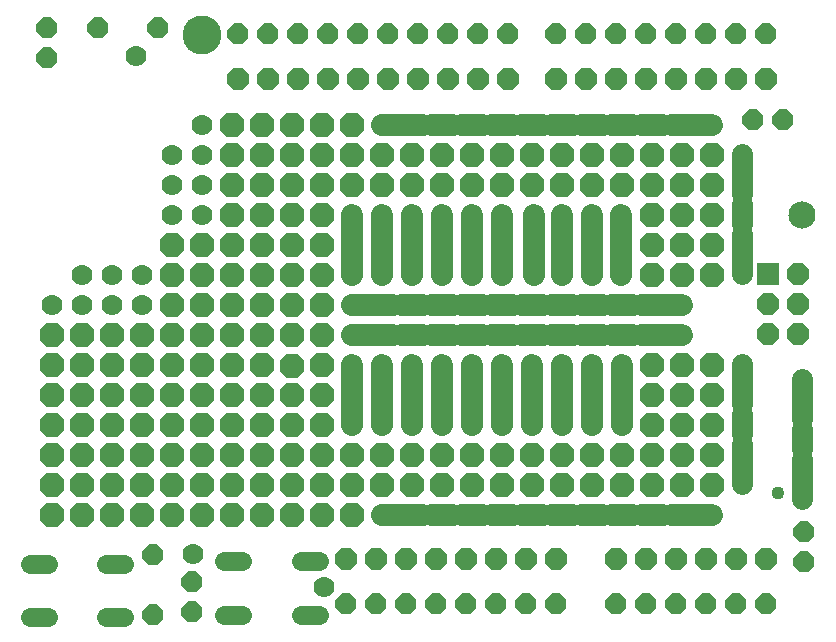
<source format=gbr>
G04 EAGLE Gerber RS-274X export*
G75*
%MOMM*%
%FSLAX34Y34*%
%LPD*%
%INSoldermask Bottom*%
%IPPOS*%
%AMOC8*
5,1,8,0,0,1.08239X$1,22.5*%
G01*
%ADD10C,3.301600*%
%ADD11C,2.301600*%
%ADD12C,1.625600*%
%ADD13P,1.924489X8X292.500000*%
%ADD14C,1.901600*%
%ADD15C,1.778000*%
%ADD16P,1.924489X8X22.500000*%
%ADD17P,1.924489X8X112.500000*%
%ADD18P,2.034460X8X292.500000*%
%ADD19P,2.034460X8X112.500000*%
%ADD20C,1.778000*%
%ADD21P,2.034460X8X22.500000*%
%ADD22R,1.879600X1.879600*%
%ADD23C,1.108000*%
%ADD24P,2.220631X8X22.500000*%


D10*
X157581Y507543D03*
D11*
X665581Y355143D03*
D12*
X91533Y14409D02*
X76293Y14409D01*
X76293Y59621D02*
X91533Y59621D01*
X26509Y14409D02*
X11269Y14409D01*
X11269Y59621D02*
X26509Y59621D01*
D13*
X26213Y512979D03*
X26213Y487579D03*
X148691Y43993D03*
X148691Y18593D03*
D12*
X175869Y61519D02*
X191109Y61519D01*
X191109Y16307D02*
X175869Y16307D01*
X240893Y61519D02*
X256133Y61519D01*
X256133Y16307D02*
X240893Y16307D01*
D14*
X571381Y431343D02*
X589381Y431343D01*
X572981Y431343D02*
X554981Y431343D01*
X547581Y431343D02*
X529581Y431343D01*
X522181Y431343D02*
X504181Y431343D01*
X496781Y431343D02*
X478781Y431343D01*
X471381Y431343D02*
X453381Y431343D01*
X445981Y431343D02*
X427981Y431343D01*
X420581Y431343D02*
X402581Y431343D01*
X395181Y431343D02*
X377181Y431343D01*
X369781Y431343D02*
X351781Y431343D01*
X327981Y431343D02*
X309981Y431343D01*
X326381Y431343D02*
X344381Y431343D01*
X487781Y195343D02*
X487781Y177343D01*
X487781Y210143D02*
X487781Y228143D01*
X487781Y211743D02*
X487781Y193743D01*
X571381Y101143D02*
X589381Y101143D01*
X572981Y101143D02*
X554981Y101143D01*
X547581Y101143D02*
X529581Y101143D01*
X522181Y101143D02*
X504181Y101143D01*
X496781Y101143D02*
X478781Y101143D01*
X471381Y101143D02*
X453381Y101143D01*
X445981Y101143D02*
X427981Y101143D01*
X420581Y101143D02*
X402581Y101143D01*
X395181Y101143D02*
X377181Y101143D01*
X369781Y101143D02*
X351781Y101143D01*
X327981Y101143D02*
X309981Y101143D01*
X326381Y101143D02*
X344381Y101143D01*
X545981Y253543D02*
X563981Y253543D01*
X547581Y253543D02*
X529581Y253543D01*
X522181Y253543D02*
X504181Y253543D01*
X496781Y253543D02*
X478781Y253543D01*
X471381Y253543D02*
X453381Y253543D01*
X445981Y253543D02*
X427981Y253543D01*
X420581Y253543D02*
X402581Y253543D01*
X395181Y253543D02*
X377181Y253543D01*
X369781Y253543D02*
X351781Y253543D01*
X344381Y253543D02*
X326381Y253543D01*
X302581Y253543D02*
X284581Y253543D01*
X300981Y253543D02*
X318981Y253543D01*
X545981Y278943D02*
X563981Y278943D01*
X547581Y278943D02*
X529581Y278943D01*
X522181Y278943D02*
X504181Y278943D01*
X496781Y278943D02*
X478781Y278943D01*
X471381Y278943D02*
X453381Y278943D01*
X445981Y278943D02*
X427981Y278943D01*
X420581Y278943D02*
X402581Y278943D01*
X395181Y278943D02*
X377181Y278943D01*
X369781Y278943D02*
X351781Y278943D01*
X344381Y278943D02*
X326381Y278943D01*
X302581Y278943D02*
X284581Y278943D01*
X300981Y278943D02*
X318981Y278943D01*
X462381Y304343D02*
X462381Y322343D01*
X462381Y337143D02*
X462381Y355143D01*
X462381Y338743D02*
X462381Y320743D01*
X462381Y195343D02*
X462381Y177343D01*
X462381Y210143D02*
X462381Y228143D01*
X462381Y211743D02*
X462381Y193743D01*
X487781Y304343D02*
X487781Y322343D01*
X487781Y337143D02*
X487781Y355143D01*
X487781Y338743D02*
X487781Y320743D01*
X511911Y322343D02*
X511911Y304343D01*
X511911Y337143D02*
X511911Y355143D01*
X511911Y338743D02*
X511911Y320743D01*
X513181Y195343D02*
X513181Y177343D01*
X513181Y210143D02*
X513181Y228143D01*
X513181Y211743D02*
X513181Y193743D01*
X438251Y304343D02*
X438251Y322343D01*
X438251Y337143D02*
X438251Y355143D01*
X438251Y338743D02*
X438251Y320743D01*
X284581Y322343D02*
X284581Y304343D01*
X284581Y337143D02*
X284581Y355143D01*
X284581Y338743D02*
X284581Y320743D01*
X309981Y195343D02*
X309981Y177343D01*
X309981Y210143D02*
X309981Y228143D01*
X309981Y211743D02*
X309981Y193743D01*
X335381Y304343D02*
X335381Y322343D01*
X335381Y337143D02*
X335381Y355143D01*
X335381Y338743D02*
X335381Y320743D01*
X386181Y322343D02*
X386181Y304343D01*
X386181Y337143D02*
X386181Y355143D01*
X386181Y338743D02*
X386181Y320743D01*
X360781Y195343D02*
X360781Y177343D01*
X360781Y210143D02*
X360781Y228143D01*
X360781Y211743D02*
X360781Y193743D01*
X386181Y195343D02*
X386181Y177343D01*
X386181Y210143D02*
X386181Y228143D01*
X386181Y211743D02*
X386181Y193743D01*
X284581Y195343D02*
X284581Y177343D01*
X284581Y210143D02*
X284581Y228143D01*
X284581Y211743D02*
X284581Y193743D01*
X411581Y304343D02*
X411581Y322343D01*
X411581Y337143D02*
X411581Y355143D01*
X411581Y338743D02*
X411581Y320743D01*
X309981Y322343D02*
X309981Y304343D01*
X309981Y337143D02*
X309981Y355143D01*
X309981Y338743D02*
X309981Y320743D01*
X360781Y322343D02*
X360781Y304343D01*
X360781Y337143D02*
X360781Y355143D01*
X360781Y338743D02*
X360781Y320743D01*
X335381Y195343D02*
X335381Y177343D01*
X335381Y210143D02*
X335381Y228143D01*
X335381Y211743D02*
X335381Y193743D01*
X436981Y195343D02*
X436981Y177343D01*
X436981Y210143D02*
X436981Y228143D01*
X436981Y211743D02*
X436981Y193743D01*
X411581Y195343D02*
X411581Y177343D01*
X411581Y210143D02*
X411581Y228143D01*
X411581Y211743D02*
X411581Y193743D01*
D15*
X30581Y278943D03*
X55981Y278943D03*
X55981Y304343D03*
X81381Y278943D03*
X81381Y304343D03*
X106781Y278943D03*
X106781Y304343D03*
X132181Y355143D03*
X157581Y355143D03*
X132181Y380543D03*
X157581Y380543D03*
X132181Y405943D03*
X157581Y405943D03*
X157581Y431343D03*
X149961Y68123D03*
X101701Y489763D03*
X260451Y40183D03*
D16*
X69037Y513181D03*
X119837Y513181D03*
D17*
X115671Y16053D03*
X115671Y66853D03*
D16*
X624027Y435711D03*
X649427Y435711D03*
D17*
X666649Y61417D03*
X666649Y86817D03*
D18*
X635000Y469900D03*
X609600Y469900D03*
X584200Y469900D03*
X558800Y469900D03*
X533400Y469900D03*
X508000Y469900D03*
X482600Y469900D03*
X457200Y469900D03*
D19*
X508000Y63500D03*
X533400Y63500D03*
X558800Y63500D03*
X584200Y63500D03*
X609600Y63500D03*
X635000Y63500D03*
D20*
X665480Y114300D02*
X665480Y131064D01*
X665480Y131318D02*
X665480Y148082D01*
X665480Y156718D02*
X665480Y173482D01*
X665480Y199136D02*
X665480Y215900D01*
X665480Y198882D02*
X665480Y182118D01*
X614680Y304800D02*
X614680Y321564D01*
X614680Y321818D02*
X614680Y338582D01*
X614680Y347218D02*
X614680Y363982D01*
X614680Y389636D02*
X614680Y406400D01*
X614680Y389382D02*
X614680Y372618D01*
X614680Y143764D02*
X614680Y127000D01*
X614680Y144018D02*
X614680Y160782D01*
X614680Y169418D02*
X614680Y186182D01*
X614680Y211836D02*
X614680Y228600D01*
X614680Y211582D02*
X614680Y194818D01*
D16*
X533400Y508000D03*
X508000Y25400D03*
X558800Y508000D03*
X584200Y508000D03*
X609600Y508000D03*
X635000Y508000D03*
X508000Y508000D03*
X482600Y508000D03*
X457200Y508000D03*
X416560Y508000D03*
X391160Y508000D03*
X365760Y508000D03*
X340360Y508000D03*
X314960Y508000D03*
X289560Y508000D03*
X264160Y508000D03*
X238760Y508000D03*
X533400Y25400D03*
X558800Y25400D03*
X584200Y25400D03*
X609600Y25400D03*
X635000Y25400D03*
X457200Y25400D03*
X431800Y25400D03*
X406400Y25400D03*
X381000Y25400D03*
X355600Y25400D03*
X330200Y25400D03*
X213360Y508000D03*
X187960Y508000D03*
X304800Y25400D03*
X279400Y25400D03*
D21*
X661670Y279400D03*
X636270Y279400D03*
D22*
X636270Y304800D03*
D21*
X661670Y304800D03*
X661670Y254000D03*
X636270Y254000D03*
D18*
X457200Y63500D03*
X431800Y63500D03*
X406400Y63500D03*
X381000Y63500D03*
X355600Y63500D03*
X330200Y63500D03*
X304800Y63500D03*
X279400Y63500D03*
D19*
X187960Y469900D03*
X213360Y469900D03*
X238760Y469900D03*
X264160Y469900D03*
X289560Y469900D03*
X314960Y469900D03*
X340360Y469900D03*
X365760Y469900D03*
X391160Y469900D03*
X416560Y469900D03*
D23*
X645160Y119380D03*
D24*
X360781Y126543D03*
X360781Y151943D03*
X360781Y380543D03*
X360781Y405943D03*
X81381Y253543D03*
X81381Y228143D03*
X81381Y202743D03*
X335381Y126543D03*
X335381Y151943D03*
X335381Y380543D03*
X335381Y405943D03*
X106781Y228143D03*
X106781Y253543D03*
X386181Y126543D03*
X386181Y151943D03*
X106781Y202743D03*
X132181Y228143D03*
X132181Y253543D03*
X411581Y126543D03*
X411581Y151943D03*
X411581Y380543D03*
X411581Y405943D03*
X386181Y380543D03*
X386181Y405943D03*
X182981Y304343D03*
X182981Y329743D03*
X182981Y355143D03*
X182981Y380543D03*
X182981Y405943D03*
X462381Y126543D03*
X462381Y151943D03*
X462381Y380543D03*
X462381Y405943D03*
X182981Y278943D03*
X182981Y253543D03*
X182981Y228143D03*
X182981Y202743D03*
X157581Y329743D03*
X436981Y126543D03*
X436981Y151943D03*
X436981Y380543D03*
X436981Y405943D03*
X157581Y253543D03*
X157581Y228143D03*
X208381Y228143D03*
X208381Y253543D03*
X208381Y278943D03*
X208381Y304343D03*
X208381Y329743D03*
X208381Y355143D03*
X208381Y380543D03*
X208381Y405943D03*
X487781Y126543D03*
X487781Y151943D03*
X208381Y202743D03*
X513181Y126543D03*
X513181Y151943D03*
X513181Y380543D03*
X513181Y405943D03*
X487781Y380543D03*
X487781Y405943D03*
X538581Y304343D03*
X538581Y329743D03*
X538581Y355143D03*
X563981Y126543D03*
X563981Y151943D03*
X563981Y380543D03*
X563981Y405943D03*
X538581Y228143D03*
X538581Y202743D03*
X538581Y177343D03*
X538581Y126543D03*
X538581Y151943D03*
X538581Y380543D03*
X538581Y405943D03*
X563981Y177343D03*
X563981Y202743D03*
X563981Y228143D03*
X563981Y304343D03*
X563981Y329743D03*
X563981Y355143D03*
X589381Y126543D03*
X589381Y151943D03*
X589381Y380543D03*
X589381Y405943D03*
X259181Y126543D03*
X259181Y151943D03*
X259181Y380543D03*
X259181Y405943D03*
X233781Y126543D03*
X233781Y151943D03*
X233781Y380543D03*
X233781Y405943D03*
X284581Y126543D03*
X284581Y151943D03*
X309981Y126543D03*
X309981Y151943D03*
X309981Y380543D03*
X309981Y405943D03*
X284581Y380543D03*
X284581Y405943D03*
X132181Y202743D03*
X157581Y202743D03*
X589381Y304343D03*
X589381Y329743D03*
X589381Y355143D03*
X589381Y177343D03*
X589381Y202743D03*
X589381Y228143D03*
X259181Y278943D03*
X259181Y253543D03*
X233781Y278943D03*
X233781Y253543D03*
X81381Y177343D03*
X81381Y151943D03*
X81381Y126543D03*
X106781Y151943D03*
X106781Y177343D03*
X106781Y126543D03*
X132181Y151943D03*
X132181Y177343D03*
X182981Y177343D03*
X182981Y151943D03*
X182981Y126543D03*
X157581Y177343D03*
X157581Y151943D03*
X208381Y151943D03*
X208381Y177343D03*
X208381Y126543D03*
X132181Y126543D03*
X157581Y126543D03*
X233781Y304343D03*
X233781Y329743D03*
X233781Y355143D03*
X259181Y304343D03*
X259181Y329743D03*
X259181Y355143D03*
X233781Y177343D03*
X233781Y202743D03*
X233781Y226873D03*
X259181Y177343D03*
X259181Y202743D03*
X259181Y228143D03*
X259181Y101143D03*
X233781Y101143D03*
X284581Y101143D03*
X81381Y101143D03*
X106781Y101143D03*
X182981Y101143D03*
X208381Y101143D03*
X132181Y101143D03*
X157581Y101143D03*
X259181Y431343D03*
X233781Y431343D03*
X284581Y431343D03*
X182981Y431343D03*
X208381Y431343D03*
X30581Y253543D03*
X30581Y228143D03*
X30581Y202743D03*
X55981Y228143D03*
X55981Y253543D03*
X55981Y202743D03*
X30581Y177343D03*
X30581Y151943D03*
X30581Y126543D03*
X55981Y151943D03*
X55981Y177343D03*
X55981Y126543D03*
X30581Y101143D03*
X55981Y101143D03*
X157581Y304343D03*
X157581Y278943D03*
X132181Y329743D03*
X132181Y304343D03*
X132181Y278943D03*
M02*

</source>
